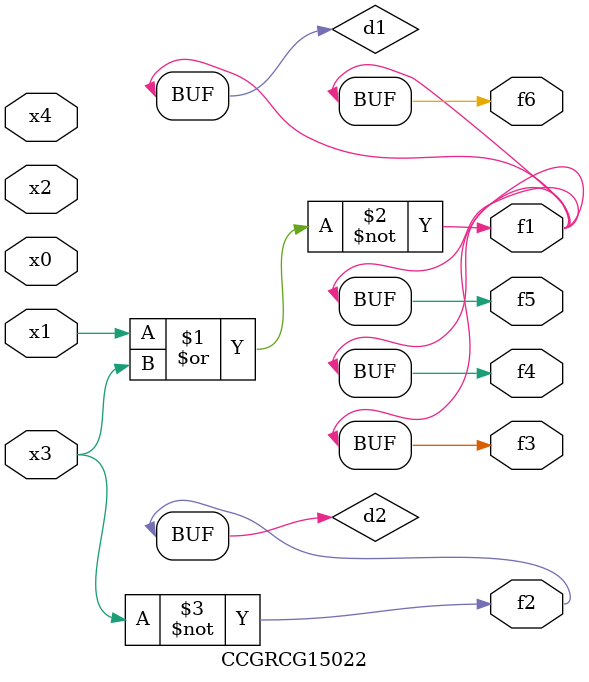
<source format=v>
module CCGRCG15022(
	input x0, x1, x2, x3, x4,
	output f1, f2, f3, f4, f5, f6
);

	wire d1, d2;

	nor (d1, x1, x3);
	not (d2, x3);
	assign f1 = d1;
	assign f2 = d2;
	assign f3 = d1;
	assign f4 = d1;
	assign f5 = d1;
	assign f6 = d1;
endmodule

</source>
